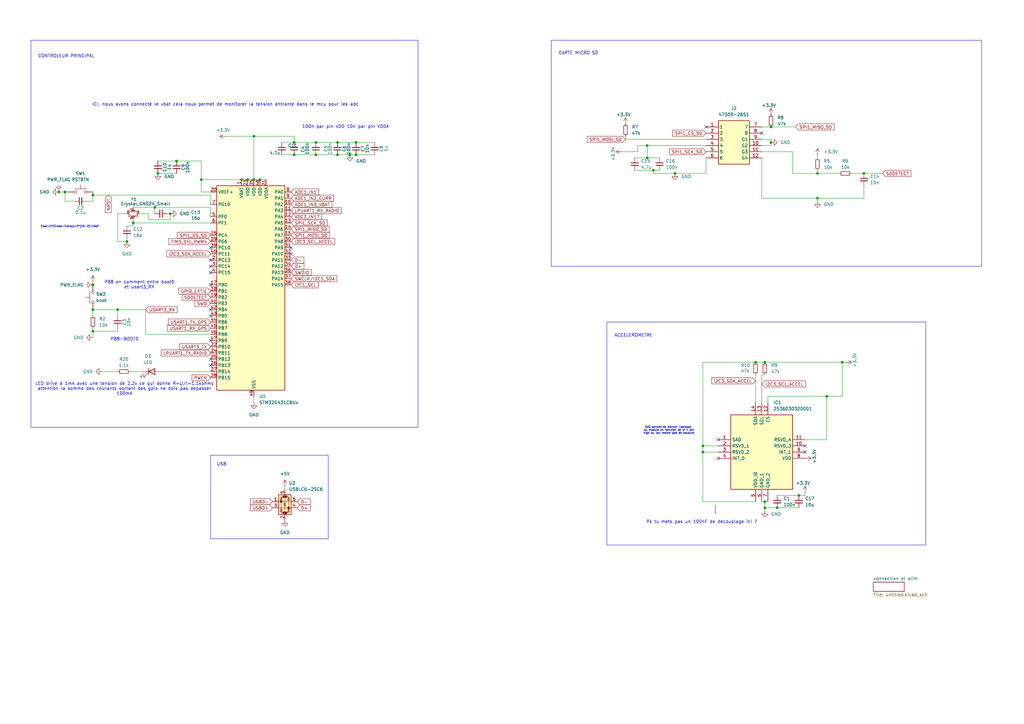
<source format=kicad_sch>
(kicad_sch (version 20231120) (generator "eeschema") (generator_version "8.0")
  (paper "A3")
  (lib_symbols
    (symbol "Device:C_Small" (pin_numbers hide) (pin_names (offset 0.254) hide)
      (property "Reference" "C" (at 0.254 1.778 0))
      (property "Value" "C_Small" (at 0.254 -2.032 0))
      (symbol "C_Small_0_1"
        (polyline (pts (xy -1.524 -0.508) (xy 1.524 -0.508)) (stroke (width 0.3302)))
        (polyline (pts (xy -1.524 0.508) (xy 1.524 0.508)) (stroke (width 0.3048)))
      )
      (symbol "C_Small_1_1"
        (pin passive line (at 0 2.54 270) (length 2.032) (name "~") (number "1"))
        (pin passive line (at 0 -2.54 90) (length 2.032) (name "~") (number "2"))
      )
    )
    (symbol "Device:Crystal_GND24_Small" (pin_names (offset 1.016) hide)
      (property "Reference" "Y" (at 1.27 4.445 0))
      (property "Value" "Crystal_GND24_Small" (at 1.27 2.54 0))
      (symbol "Crystal_GND24_Small_0_1"
        (rectangle (start -0.762 -1.524) (end 0.762 1.524))
        (polyline (pts (xy -1.27 -0.762) (xy -1.27 0.762)) (stroke (width 0.381)))
        (polyline (pts (xy 1.27 -0.762) (xy 1.27 0.762)) (stroke (width 0.381)))
        (polyline (pts (xy -1.27 -1.27) (xy -1.27 -1.905) (xy 1.27 -1.905) (xy 1.27 -1.27)))
        (polyline (pts (xy -1.27 1.27) (xy -1.27 1.905) (xy 1.27 1.905) (xy 1.27 1.27)))
      )
      (symbol "Crystal_GND24_Small_1_1"
        (pin passive line (at -2.54 0 0) (length 1.27) (name "1") (number "1"))
        (pin passive line (at 0 -2.54 90) (length 0.635) (name "2") (number "2"))
        (pin passive line (at 2.54 0 180) (length 1.27) (name "3") (number "3"))
        (pin passive line (at 0 2.54 270) (length 0.635) (name "4") (number "4"))
      )
    )
    (symbol "Device:LED" (pin_numbers hide) (pin_names (offset 1.016) hide)
      (property "Reference" "D" (at 0 2.54 0))
      (property "Value" "LED" (at 0 -2.54 0))
      (symbol "LED_0_1"
        (polyline (pts (xy -1.27 -1.27) (xy -1.27 1.27)) (stroke (width 0.254)))
        (polyline (pts (xy -1.27 0) (xy 1.27 0)))
        (polyline (pts (xy 1.27 -1.27) (xy 1.27 1.27) (xy -1.27 0) (xy 1.27 -1.27)) (stroke (width 0.254)))
        (polyline (pts (xy -3.048 -0.762) (xy -4.572 -2.286) (xy -3.81 -2.286) (xy -4.572 -2.286) (xy -4.572 -1.524)))
        (polyline (pts (xy -1.778 -0.762) (xy -3.302 -2.286) (xy -2.54 -2.286) (xy -3.302 -2.286) (xy -3.302 -1.524)))
      )
      (symbol "LED_1_1"
        (pin passive line (at -3.81 0 0) (length 2.54) (name "K") (number "1"))
        (pin passive line (at 3.81 0 180) (length 2.54) (name "A") (number "2"))
      )
    )
    (symbol "Device:R_Small" (pin_numbers hide) (pin_names (offset 0.254) hide)
      (property "Reference" "R" (at 0.762 0.508 0))
      (property "Value" "R_Small" (at 0.762 -1.016 0))
      (symbol "R_Small_0_1"
        (rectangle (start -0.762 1.778) (end 0.762 -1.778) (stroke (width 0.2032)))
      )
      (symbol "R_Small_1_1"
        (pin passive line (at 0 2.54 270) (length 0.762) (name "~") (number "1"))
        (pin passive line (at 0 -2.54 90) (length 0.762) (name "~") (number "2"))
      )
    )
    (symbol "MCU_ST_STM32G4:STM32G431CBUx"
      (property "Reference" "U" (at -12.7 44.45 0))
      (property "Value" "STM32G431CBUx" (at 10.16 44.45 0))
      (symbol "STM32G431CBUx_0_1"
        (rectangle (start -12.7 -40.64) (end 15.24 43.18) (stroke (width 0.254)) (fill (type background)))
      )
      (symbol "STM32G431CBUx_1_1"
        (pin power_in line (at -2.54 45.72 270) (length 2.54) (name "VBAT") (number "1"))
        (pin bidirectional line (at 17.78 35.56 180) (length 2.54) (name "PA2") (number "10"))
        (pin bidirectional line (at 17.78 33.02 180) (length 2.54) (name "PA3") (number "11"))
        (pin bidirectional line (at 17.78 30.48 180) (length 2.54) (name "PA4") (number "12"))
        (pin bidirectional line (at 17.78 27.94 180) (length 2.54) (name "PA5") (number "13"))
        (pin bidirectional line (at 17.78 25.4 180) (length 2.54) (name "PA6") (number "14"))
        (pin bidirectional line (at 17.78 22.86 180) (length 2.54) (name "PA7") (number "15"))
        (pin bidirectional line (at -15.24 22.86 0) (length 2.54) (name "PC4") (number "16"))
        (pin bidirectional line (at -15.24 2.54 0) (length 2.54) (name "PB0") (number "17"))
        (pin bidirectional line (at -15.24 0 0) (length 2.54) (name "PB1") (number "18"))
        (pin bidirectional line (at -15.24 -2.54 0) (length 2.54) (name "PB2") (number "19"))
        (pin bidirectional line (at -15.24 12.7 0) (length 2.54) (name "PC13") (number "2"))
        (pin input line (at -15.24 40.64 0) (length 2.54) (name "VREF+") (number "20"))
        (pin power_in line (at 7.62 45.72 270) (length 2.54) (name "VDDA") (number "21"))
        (pin bidirectional line (at -15.24 -22.86 0) (length 2.54) (name "PB10") (number "22"))
        (pin power_in line (at 0 45.72 270) (length 2.54) (name "VDD") (number "23"))
        (pin bidirectional line (at -15.24 -25.4 0) (length 2.54) (name "PB11") (number "24"))
        (pin bidirectional line (at -15.24 -27.94 0) (length 2.54) (name "PB12") (number "25"))
        (pin bidirectional line (at -15.24 -30.48 0) (length 2.54) (name "PB13") (number "26"))
        (pin bidirectional line (at -15.24 -33.02 0) (length 2.54) (name "PB14") (number "27"))
        (pin bidirectional line (at -15.24 -35.56 0) (length 2.54) (name "PB15") (number "28"))
        (pin bidirectional line (at -15.24 20.32 0) (length 2.54) (name "PC6") (number "29"))
        (pin bidirectional line (at -15.24 10.16 0) (length 2.54) (name "PC14") (number "3"))
        (pin bidirectional line (at 17.78 20.32 180) (length 2.54) (name "PA8") (number "30"))
        (pin bidirectional line (at 17.78 17.78 180) (length 2.54) (name "PA9") (number "31"))
        (pin bidirectional line (at 17.78 15.24 180) (length 2.54) (name "PA10") (number "32"))
        (pin bidirectional line (at 17.78 12.7 180) (length 2.54) (name "PA11") (number "33"))
        (pin bidirectional line (at 17.78 10.16 180) (length 2.54) (name "PA12") (number "34"))
        (pin power_in line (at 2.54 45.72 270) (length 2.54) (name "VDD") (number "35"))
        (pin bidirectional line (at 17.78 7.62 180) (length 2.54) (name "PA13") (number "36"))
        (pin bidirectional line (at 17.78 5.08 180) (length 2.54) (name "PA14") (number "37"))
        (pin bidirectional line (at 17.78 2.54 180) (length 2.54) (name "PA15") (number "38"))
        (pin bidirectional line (at -15.24 17.78 0) (length 2.54) (name "PC10") (number "39"))
        (pin bidirectional line (at -15.24 7.62 0) (length 2.54) (name "PC15") (number "4"))
        (pin bidirectional line (at -15.24 15.24 0) (length 2.54) (name "PC11") (number "40"))
        (pin bidirectional line (at -15.24 -5.08 0) (length 2.54) (name "PB3") (number "41"))
        (pin bidirectional line (at -15.24 -7.62 0) (length 2.54) (name "PB4") (number "42"))
        (pin bidirectional line (at -15.24 -10.16 0) (length 2.54) (name "PB5") (number "43"))
        (pin bidirectional line (at -15.24 -12.7 0) (length 2.54) (name "PB6") (number "44"))
        (pin bidirectional line (at -15.24 -15.24 0) (length 2.54) (name "PB7") (number "45"))
        (pin bidirectional line (at -15.24 -17.78 0) (length 2.54) (name "PB8") (number "46"))
        (pin bidirectional line (at -15.24 -20.32 0) (length 2.54) (name "PB9") (number "47"))
        (pin power_in line (at 5.08 45.72 270) (length 2.54) (name "VDD") (number "48"))
        (pin power_in line (at 2.54 -43.18 90) (length 2.54) (name "VSS") (number "49"))
        (pin bidirectional line (at -15.24 30.48 0) (length 2.54) (name "PF0") (number "5"))
        (pin bidirectional line (at -15.24 27.94 0) (length 2.54) (name "PF1") (number "6"))
        (pin bidirectional line (at -15.24 35.56 0) (length 2.54) (name "PG10") (number "7"))
        (pin bidirectional line (at 17.78 40.64 180) (length 2.54) (name "PA0") (number "8"))
        (pin bidirectional line (at 17.78 38.1 180) (length 2.54) (name "PA1") (number "9"))
      )
    )
    (symbol "Power_Protection:USBLC6-2SC6" (pin_names hide)
      (property "Reference" "U" (at 0.635 5.715 0))
      (property "Value" "USBLC6-2SC6" (at 0.635 3.81 0))
      (symbol "USBLC6-2SC6_0_0"
        (circle (center -1.524 0) (radius 0.0001) (stroke (width 0.508)))
        (circle (center -0.508 -4.572) (radius 0.0001) (stroke (width 0.508)))
        (circle (center -0.508 2.032) (radius 0.0001) (stroke (width 0.508)))
        (circle (center 0.508 -4.572) (radius 0.0001) (stroke (width 0.508)))
        (circle (center 0.508 2.032) (radius 0.0001) (stroke (width 0.508)))
        (circle (center 1.524 -2.54) (radius 0.0001) (stroke (width 0.508)))
      )
      (symbol "USBLC6-2SC6_0_1"
        (polyline (pts (xy -2.54 -2.54) (xy 2.54 -2.54)))
        (polyline (pts (xy -2.54 0) (xy 2.54 0)))
        (polyline (pts (xy -2.032 -3.048) (xy -1.016 -3.048)))
        (polyline (pts (xy -1.016 1.524) (xy -2.032 1.524)))
        (polyline (pts (xy 1.016 -3.048) (xy 2.032 -3.048)))
        (polyline (pts (xy 1.016 1.524) (xy 2.032 1.524)))
        (polyline (pts (xy -0.508 -1.143) (xy -0.508 -0.762) (xy 0.508 -0.762)))
        (polyline (pts (xy -2.032 0.508) (xy -1.016 0.508) (xy -1.524 1.524) (xy -2.032 0.508)))
        (polyline (pts (xy -1.016 -4.064) (xy -2.032 -4.064) (xy -1.524 -3.048) (xy -1.016 -4.064)))
        (polyline (pts (xy 0.508 -1.778) (xy -0.508 -1.778) (xy 0 -0.762) (xy 0.508 -1.778)))
        (polyline (pts (xy 2.032 -4.064) (xy 1.016 -4.064) (xy 1.524 -3.048) (xy 2.032 -4.064)))
        (polyline (pts (xy 2.032 0.508) (xy 1.016 0.508) (xy 1.524 1.524) (xy 2.032 0.508)))
        (polyline (pts (xy 0 2.54) (xy -0.508 2.032) (xy 0.508 2.032) (xy 0 1.524) (xy 0 -4.064) (xy -0.508 -4.572) (xy 0.508 -4.572) (xy 0 -5.08)))
      )
      (symbol "USBLC6-2SC6_1_1"
        (rectangle (start -2.54 2.794) (end 2.54 -5.334) (stroke (width 0.254)) (fill (type background)))
        (polyline (pts (xy -0.508 2.032) (xy -1.524 2.032) (xy -1.524 -4.572) (xy -0.508 -4.572)))
        (polyline (pts (xy 0.508 -4.572) (xy 1.524 -4.572) (xy 1.524 2.032) (xy 0.508 2.032)))
        (pin passive line (at -5.08 0 0) (length 2.54) (name "I/O1") (number "1"))
        (pin passive line (at 0 -7.62 90) (length 2.54) (name "GND") (number "2"))
        (pin passive line (at -5.08 -2.54 0) (length 2.54) (name "I/O2") (number "3"))
        (pin passive line (at 5.08 -2.54 180) (length 2.54) (name "I/O2") (number "4"))
        (pin passive line (at 0 5.08 270) (length 2.54) (name "VBUS") (number "5"))
        (pin passive line (at 5.08 0 180) (length 2.54) (name "I/O1") (number "6"))
      )
    )
    (symbol "Switch:SW_Push" (pin_numbers hide) (pin_names (offset 1.016) hide)
      (property "Reference" "SW" (at 1.27 2.54 0))
      (property "Value" "SW_Push" (at 0 -1.524 0))
      (symbol "SW_Push_0_1"
        (circle (center -2.032 0) (radius 0.508))
        (polyline (pts (xy 0 1.27) (xy 0 3.048)))
        (polyline (pts (xy 2.54 1.27) (xy -2.54 1.27)))
        (circle (center 2.032 0) (radius 0.508))
        (pin passive line (at -5.08 0 0) (length 2.54) (name "1") (number "1"))
        (pin passive line (at 5.08 0 180) (length 2.54) (name "2") (number "2"))
      )
    )
    (symbol "WSEN-ISDS:2536030320001"
      (property "Reference" "IC" (at 31.75 15.24 0))
      (property "Value" "2536030320001" (at 31.75 12.7 0))
      (symbol "2536030320001_1_1"
        (rectangle (start 5.08 10.16) (end 30.48 -20.32) (stroke (width 0.254)) (fill (type background)))
        (pin passive line (at 0 0 0) (length 5.08) (name "SAO") (number "1"))
        (pin passive line (at 35.56 -2.54 180) (length 5.08) (name "RSVD_3") (number "10"))
        (pin passive line (at 35.56 0 180) (length 5.08) (name "RSVD_4") (number "11"))
        (pin passive line (at 20.32 15.24 270) (length 5.08) (name "CS") (number "12"))
        (pin passive line (at 17.78 15.24 270) (length 5.08) (name "SCL") (number "13"))
        (pin passive line (at 15.24 15.24 270) (length 5.08) (name "SDA") (number "14"))
        (pin passive line (at 0 -2.54 0) (length 5.08) (name "RSVD_1") (number "2"))
        (pin passive line (at 0 -5.08 0) (length 5.08) (name "RSVD_2") (number "3"))
        (pin passive line (at 0 -7.62 0) (length 5.08) (name "INT_0") (number "4"))
        (pin passive line (at 15.24 -25.4 90) (length 5.08) (name "VDD_IO") (number "5"))
        (pin passive line (at 17.78 -25.4 90) (length 5.08) (name "GND_1") (number "6"))
        (pin passive line (at 20.32 -25.4 90) (length 5.08) (name "GND_2") (number "7"))
        (pin passive line (at 35.56 -7.62 180) (length 5.08) (name "VDD") (number "8"))
        (pin passive line (at 35.56 -5.08 180) (length 5.08) (name "INT_1") (number "9"))
      )
    )
    (symbol "molex 47309-2651:47309-2651"
      (property "Reference" "J" (at 19.05 7.62 0))
      (property "Value" "47309-2651" (at 19.05 5.08 0))
      (symbol "47309-2651_1_1"
        (rectangle (start 5.08 2.54) (end 17.78 -15.24) (stroke (width 0.254)) (fill (type background)))
        (pin passive line (at 0 0 0) (length 5.08) (name "1") (number "1"))
        (pin passive line (at 22.86 -7.62 180) (length 5.08) (name "G2") (number "10"))
        (pin passive line (at 22.86 -10.16 180) (length 5.08) (name "G3") (number "11"))
        (pin passive line (at 22.86 -12.7 180) (length 5.08) (name "G4") (number "12"))
        (pin passive line (at 0 -2.54 0) (length 5.08) (name "2") (number "2"))
        (pin passive line (at 0 -5.08 0) (length 5.08) (name "3") (number "3"))
        (pin passive line (at 0 -7.62 0) (length 5.08) (name "4") (number "4"))
        (pin passive line (at 0 -10.16 0) (length 5.08) (name "5") (number "5"))
        (pin passive line (at 0 -12.7 0) (length 5.08) (name "6") (number "6"))
        (pin passive line (at 22.86 0 180) (length 5.08) (name "7") (number "7"))
        (pin passive line (at 22.86 -2.54 180) (length 5.08) (name "8") (number "8"))
        (pin passive line (at 22.86 -5.08 180) (length 5.08) (name "G1") (number "9"))
      )
    )
    (symbol "power:+3.3V" (power) (pin_numbers hide) (pin_names (offset 0) hide)
      (property "Value" "+3.3V" (at 0 3.556 0))
      (symbol "+3.3V_0_1"
        (polyline (pts (xy -0.762 1.27) (xy 0 2.54)))
        (polyline (pts (xy 0 0) (xy 0 2.54)))
        (polyline (pts (xy 0 2.54) (xy 0.762 1.27)))
      )
      (symbol "+3.3V_1_1"
        (pin power_in line (at 0 0 90) (length 0) (name "~") (number "1"))
      )
    )
    (symbol "power:+5V" (power) (pin_numbers hide) (pin_names (offset 0) hide)
      (property "Value" "+5V" (at 0 3.556 0))
      (symbol "+5V_0_1"
        (polyline (pts (xy -0.762 1.27) (xy 0 2.54)))
        (polyline (pts (xy 0 0) (xy 0 2.54)))
        (polyline (pts (xy 0 2.54) (xy 0.762 1.27)))
      )
      (symbol "+5V_1_1"
        (pin power_in line (at 0 0 90) (length 0) (name "~") (number "1"))
      )
    )
    (symbol "power:GND" (power) (pin_numbers hide) (pin_names (offset 0) hide)
      (property "Value" "GND" (at 0 -3.81 0))
      (symbol "GND_0_1"
        (polyline (pts (xy 0 0) (xy 0 -1.27) (xy 1.27 -1.27) (xy 0 -2.54) (xy -1.27 -1.27) (xy 0 -1.27)))
      )
      (symbol "GND_1_1"
        (pin power_in line (at 0 0 270) (length 0) (name "~") (number "1"))
      )
    )
    (symbol "power:PWR_FLAG" (power) (pin_numbers hide) (pin_names (offset 0) hide)
      (property "Value" "PWR_FLAG" (at 0 3.81 0))
      (symbol "PWR_FLAG_0_0"
        (pin power_out line (at 0 0 90) (length 0) (name "~") (number "1"))
      )
      (symbol "PWR_FLAG_0_1"
        (polyline (pts (xy 0 0) (xy 0 1.27) (xy -1.016 1.905) (xy 0 2.54) (xy 1.016 1.905) (xy 0 1.27)))
      )
    )
  )
  (junction (at 318.77 208.28))
  (junction (at 276.86 71.12))
  (junction (at 38.1 116.84))
  (junction (at 288.29 182.88))
  (junction (at 82.55 73.66))
  (junction (at 146.05 63.5))
  (junction (at 48.26 127))
  (junction (at 265.43 64.77))
  (junction (at 316.23 58.42))
  (junction (at 313.69 148.59))
  (junction (at 313.69 208.28))
  (junction (at 138.43 58.42))
  (junction (at 138.43 63.5))
  (junction (at 104.14 55.88))
  (junction (at 120.65 63.5))
  (junction (at 69.85 87.63))
  (junction (at 26.67 78.74))
  (junction (at 54.61 91.44))
  (junction (at 64.77 71.12))
  (junction (at 38.1 127))
  (junction (at 339.09 162.56))
  (junction (at 120.65 58.42))
  (junction (at 335.28 71.12))
  (junction (at 143.51 63.5))
  (junction (at 345.44 148.59))
  (junction (at 129.54 58.42))
  (junction (at 313.69 205.74))
  (junction (at 267.97 69.85))
  (junction (at 309.88 148.59))
  (junction (at 288.29 185.42))
  (junction (at 63.5 85.09))
  (junction (at 104.14 73.66))
  (junction (at 354.33 71.12))
  (junction (at 146.05 58.42))
  (junction (at 24.13 78.74))
  (junction (at 99.06 73.66))
  (junction (at 106.68 73.66))
  (junction (at 101.6 73.66))
  (junction (at 52.07 99.06))
  (junction (at 38.1 80.01))
  (junction (at 38.1 135.89))
  (junction (at 316.23 52.07))
  (junction (at 335.28 81.28))
  (junction (at 72.39 66.04))
  (junction (at 265.43 59.69))
  (junction (at 129.54 63.5))
  (junction (at 327.66 203.2))
  (no_connect (at 86.36 106.68))
  (no_connect (at 119.38 101.6))
  (no_connect (at 289.56 52.07))
  (no_connect (at 86.36 127))
  (no_connect (at 330.2 182.88))
  (no_connect (at 86.36 111.76))
  (no_connect (at 86.36 116.84))
  (no_connect (at 330.2 185.42))
  (no_connect (at 294.64 187.96))
  (no_connect (at 86.36 147.32))
  (no_connect (at 294.64 180.34))
  (no_connect (at 86.36 101.6))
  (no_connect (at 86.36 149.86))
  (no_connect (at 86.36 109.22))
  (no_connect (at 86.36 139.7))
  (no_connect (at 119.38 104.14))
  (no_connect (at 86.36 129.54))
  (no_connect (at 312.42 54.61))
  (wire (pts (xy 48.26 99.06) (xy 52.07 99.06)))
  (wire (pts (xy 60.96 90.17) (xy 69.85 90.17)))
  (wire (pts (xy 313.69 205.74) (xy 313.69 208.28)))
  (wire (pts (xy 129.54 63.5) (xy 138.43 63.5)))
  (wire (pts (xy 106.68 73.66) (xy 109.22 73.66)))
  (wire (pts (xy 60.96 87.63) (xy 60.96 90.17)))
  (wire (pts (xy 69.85 90.17) (xy 69.85 87.63)))
  (wire (pts (xy 138.43 63.5) (xy 143.51 63.5)))
  (wire (pts (xy 38.1 135.89) (xy 38.1 138.43)))
  (wire (pts (xy 335.28 71.12) (xy 344.17 71.12)))
  (wire (pts (xy 339.09 162.56) (xy 345.44 162.56)))
  (wire (pts (xy 115.57 63.5) (xy 120.65 63.5)))
  (wire (pts (xy 313.69 208.28) (xy 318.77 208.28)))
  (wire (pts (xy 26.67 78.74) (xy 27.94 78.74)))
  (wire (pts (xy 288.29 185.42) (xy 288.29 182.88)))
  (wire (pts (xy 327.66 203.2) (xy 330.2 203.2)))
  (wire (pts (xy 330.2 201.93) (xy 330.2 203.2)))
  (wire (pts (xy 86.36 85.09) (xy 86.36 88.9)))
  (wire (pts (xy 101.6 73.66) (xy 104.14 73.66)))
  (wire (pts (xy 64.77 71.12) (xy 72.39 71.12)))
  (wire (pts (xy 86.36 78.74) (xy 82.55 78.74)))
  (wire (pts (xy 120.65 55.88) (xy 120.65 58.42)))
  (wire (pts (xy 115.57 58.42) (xy 120.65 58.42)))
  (wire (pts (xy 35.56 82.55) (xy 38.1 82.55)))
  (wire (pts (xy 312.42 153.67) (xy 313.69 153.67)))
  (wire (pts (xy 53.34 152.4) (xy 58.42 152.4)))
  (wire (pts (xy 325.12 62.23) (xy 325.12 71.12)))
  (wire (pts (xy 335.28 81.28) (xy 335.28 82.55)))
  (wire (pts (xy 38.1 80.01) (xy 38.1 82.55)))
  (wire (pts (xy 261.62 62.23) (xy 261.62 59.69)))
  (wire (pts (xy 63.5 85.09) (xy 63.5 87.63)))
  (wire (pts (xy 57.15 87.63) (xy 60.96 87.63)))
  (wire (pts (xy 26.67 82.55) (xy 26.67 78.74)))
  (wire (pts (xy 52.07 97.79) (xy 52.07 99.06)))
  (wire (pts (xy 54.61 91.44) (xy 86.36 91.44)))
  (wire (pts (xy 288.29 185.42) (xy 294.64 185.42)))
  (wire (pts (xy 38.1 80.01) (xy 86.36 80.01)))
  (wire (pts (xy 288.29 182.88) (xy 294.64 182.88)))
  (wire (pts (xy 99.06 73.66) (xy 101.6 73.66)))
  (wire (pts (xy 312.42 205.74) (xy 313.69 205.74)))
  (wire (pts (xy 59.69 127) (xy 48.26 127)))
  (wire (pts (xy 313.69 205.74) (xy 314.96 205.74)))
  (wire (pts (xy 325.12 71.12) (xy 335.28 71.12)))
  (wire (pts (xy 330.2 180.34) (xy 339.09 180.34)))
  (wire (pts (xy 104.14 162.56) (xy 104.14 165.1)))
  (wire (pts (xy 316.23 58.42) (xy 316.23 57.15)))
  (wire (pts (xy 316.23 59.69) (xy 316.23 58.42)))
  (wire (pts (xy 104.14 73.66) (xy 106.68 73.66)))
  (wire (pts (xy 38.1 134.62) (xy 38.1 135.89)))
  (wire (pts (xy 86.36 137.16) (xy 59.69 137.16)))
  (wire (pts (xy 288.29 148.59) (xy 309.88 148.59)))
  (wire (pts (xy 316.23 52.07) (xy 312.42 52.07)))
  (wire (pts (xy 64.77 66.04) (xy 72.39 66.04)))
  (wire (pts (xy 52.07 92.71) (xy 54.61 92.71)))
  (wire (pts (xy 48.26 135.89) (xy 38.1 135.89)))
  (polyline (pts (xy 293.37 207.01) (xy 293.37 210.82)))
  (wire (pts (xy 256.54 57.15) (xy 256.54 55.88)))
  (wire (pts (xy 256.54 57.15) (xy 289.56 57.15)))
  (wire (pts (xy 312.42 81.28) (xy 312.42 64.77)))
  (wire (pts (xy 339.09 180.34) (xy 339.09 162.56)))
  (wire (pts (xy 120.65 63.5) (xy 129.54 63.5)))
  (wire (pts (xy 104.14 55.88) (xy 120.65 55.88)))
  (wire (pts (xy 318.77 203.2) (xy 327.66 203.2)))
  (wire (pts (xy 54.61 91.44) (xy 54.61 90.17)))
  (wire (pts (xy 267.97 69.85) (xy 270.51 69.85)))
  (wire (pts (xy 146.05 58.42) (xy 153.67 58.42)))
  (wire (pts (xy 68.58 87.63) (xy 69.85 87.63)))
  (wire (pts (xy 313.69 208.28) (xy 313.69 209.55)))
  (wire (pts (xy 349.25 71.12) (xy 354.33 71.12)))
  (wire (pts (xy 54.61 85.09) (xy 63.5 85.09)))
  (wire (pts (xy 312.42 165.1) (xy 312.42 153.67)))
  (wire (pts (xy 63.5 85.09) (xy 86.36 85.09)))
  (wire (pts (xy 335.28 63.5) (xy 335.28 64.77)))
  (wire (pts (xy 82.55 73.66) (xy 99.06 73.66)))
  (wire (pts (xy 314.96 162.56) (xy 339.09 162.56)))
  (wire (pts (xy 345.44 148.59) (xy 346.71 148.59)))
  (wire (pts (xy 312.42 59.69) (xy 316.23 59.69)))
  (wire (pts (xy 313.69 148.59) (xy 345.44 148.59)))
  (wire (pts (xy 66.04 152.4) (xy 86.36 152.4)))
  (wire (pts (xy 82.55 78.74) (xy 82.55 73.66)))
  (wire (pts (xy 345.44 162.56) (xy 345.44 148.59)))
  (wire (pts (xy 24.13 78.74) (xy 26.67 78.74)))
  (wire (pts (xy 82.55 66.04) (xy 72.39 66.04)))
  (wire (pts (xy 309.88 148.59) (xy 313.69 148.59)))
  (wire (pts (xy 38.1 78.74) (xy 38.1 80.01)))
  (wire (pts (xy 260.35 69.85) (xy 267.97 69.85)))
  (wire (pts (xy 289.56 71.12) (xy 276.86 71.12)))
  (wire (pts (xy 59.69 137.16) (xy 59.69 127)))
  (wire (pts (xy 335.28 81.28) (xy 312.42 81.28)))
  (wire (pts (xy 30.48 82.55) (xy 26.67 82.55)))
  (wire (pts (xy 289.56 59.69) (xy 265.43 59.69)))
  (wire (pts (xy 354.33 81.28) (xy 335.28 81.28)))
  (wire (pts (xy 38.1 127) (xy 48.26 127)))
  (wire (pts (xy 52.07 87.63) (xy 48.26 87.63)))
  (wire (pts (xy 267.97 71.12) (xy 267.97 69.85)))
  (wire (pts (xy 116.84 200.66) (xy 116.84 199.39)))
  (wire (pts (xy 354.33 71.12) (xy 361.95 71.12)))
  (wire (pts (xy 138.43 58.42) (xy 146.05 58.42)))
  (wire (pts (xy 261.62 59.69) (xy 265.43 59.69)))
  (wire (pts (xy 41.91 152.4) (xy 48.26 152.4)))
  (wire (pts (xy 143.51 63.5) (xy 146.05 63.5)))
  (wire (pts (xy 276.86 71.12) (xy 267.97 71.12)))
  (wire (pts (xy 48.26 134.62) (xy 48.26 135.89)))
  (wire (pts (xy 86.36 80.01) (xy 86.36 83.82)))
  (wire (pts (xy 146.05 63.5) (xy 153.67 63.5)))
  (wire (pts (xy 335.28 69.85) (xy 335.28 71.12)))
  (wire (pts (xy 48.26 127) (xy 48.26 129.54)))
  (wire (pts (xy 82.55 73.66) (xy 82.55 66.04)))
  (wire (pts (xy 129.54 58.42) (xy 138.43 58.42)))
  (wire (pts (xy 318.77 208.28) (xy 327.66 208.28)))
  (wire (pts (xy 316.23 57.15) (xy 312.42 57.15)))
  (wire (pts (xy 104.14 55.88) (xy 104.14 73.66)))
  (wire (pts (xy 92.71 55.88) (xy 104.14 55.88)))
  (wire (pts (xy 312.42 62.23) (xy 325.12 62.23)))
  (wire (pts (xy 54.61 92.71) (xy 54.61 91.44)))
  (wire (pts (xy 38.1 129.54) (xy 38.1 127)))
  (wire (pts (xy 314.96 165.1) (xy 314.96 162.56)))
  (wire (pts (xy 38.1 115.57) (xy 38.1 116.84)))
  (wire (pts (xy 289.56 64.77) (xy 289.56 71.12)))
  (wire (pts (xy 326.39 52.07) (xy 316.23 52.07)))
  (wire (pts (xy 265.43 64.77) (xy 270.51 64.77)))
  (wire (pts (xy 255.27 62.23) (xy 261.62 62.23)))
  (wire (pts (xy 265.43 59.69) (xy 265.43 64.77)))
  (wire (pts (xy 48.26 87.63) (xy 48.26 99.06)))
  (wire (pts (xy 288.29 185.42) (xy 288.29 205.74)))
  (wire (pts (xy 260.35 64.77) (xy 265.43 64.77)))
  (wire (pts (xy 309.88 205.74) (xy 288.29 205.74)))
  (wire (pts (xy 288.29 182.88) (xy 288.29 148.59)))
  (wire (pts (xy 309.88 153.67) (xy 309.88 165.1)))
  (wire (pts (xy 120.65 58.42) (xy 129.54 58.42)))
  (wire (pts (xy 354.33 76.2) (xy 354.33 81.28)))
  (rectangle (start 86.36 186.69) (end 134.62 220.98))
  (rectangle (start 248.92 132.08) (end 379.73 223.52))
  (rectangle (start 12.7 16.51) (end 171.45 175.26))
  (rectangle (start 226.06 16.51) (end 402.59 109.22))
  (text "USB" (at 90.932 190.5 0) (effects (font (size 1.27 1.27))))
  (text "Cosc=2*(Cload-Cstray)=2*(10-2)=16pF\n" (at 28.702 92.964 0) (effects (font (size 0.762 0.762))))
  (text "PB8 en comment entre boot0\net usart3_RX" (at 57.15 116.84 0) (effects (font (size 1.27 1.27))))
  (text "PB8-BOOT0" (at 51.054 139.192 0) (effects (font (size 1.27 1.27))))
  (text "LED drivé à 1mA avec une tension de 2.2v ce qui donne R=U/I=1.1kohms\nattention la somme des courants sortant des gpio ne dois pas depasser\n100mA" (at 51.054 159.512 0) (effects (font (size 1.27 1.27))))
  (text "CONTROLEUR PRINCIPAL" (at 27.178 23.114 0) (effects (font (size 1.27 1.27))))
  (text "CARTE MICRO SD" (at 237.236 21.844 0) (effects (font (size 1.27 1.27))))
  (text "SAO permet de donner l'adresse\n du module en fonction de si il est\n high ou low mettre pad de soudure" (at 274.066 176.53 0) (effects (font (size 0.762 0.762))))
  (text "ICI, nous avons connecté le vbat cela nous permet de monitorer la tension entrante dans le mcu pour les adc" (at 92.456 42.926 0) (effects (font (size 1.27 1.27))))
  (text "Pk tu mets pas un 100nF de découplage ici ?" (at 287.782 214.122 0) (effects (font (size 1.27 1.27))))
  (text "100n par pin VDD 10n par pin VDDA" (at 141.732 52.07 0) (effects (font (size 1.27 1.27))))
  (text "ACCELEROMETRE" (at 259.842 137.668 0) (effects (font (size 1.27 1.27))))
  (global_label "D+" (shape input) (at 119.38 109.22 0) (property "Intersheetrefs" "${INTERSHEET_REFS}" (effects (hide yes))))
  (global_label "D+" (shape input) (at 121.92 208.28 0) (property "Intersheetrefs" "${INTERSHEET_REFS}" (effects (hide yes))))
  (global_label "SWO" (shape input) (at 86.36 124.46 180) (property "Intersheetrefs" "${INTERSHEET_REFS}" (effects (hide yes))))
  (global_label "SPI1_CS_SD" (shape input) (at 86.36 96.52 180) (property "Intersheetrefs" "${INTERSHEET_REFS}" (effects (hide yes))))
  (global_label "USART1_TX_GPS" (shape input) (at 86.36 132.08 180) (property "Intersheetrefs" "${INTERSHEET_REFS}" (effects (hide yes))))
  (global_label "SPI1_MOSI_SD" (shape input) (at 256.54 57.15 180) (property "Intersheetrefs" "${INTERSHEET_REFS}" (effects (hide yes))))
  (global_label "LPUART1_RX_RADIO" (shape input) (at 119.38 86.36 0) (property "Intersheetrefs" "${INTERSHEET_REFS}" (effects (hide yes))))
  (global_label "I2C1_SCL" (shape input) (at 119.38 116.84 0) (property "Intersheetrefs" "${INTERSHEET_REFS}" (effects (hide yes))))
  (global_label "I2C3_SDA_ACCEL" (shape input) (at 309.88 156.21 180) (property "Intersheetrefs" "${INTERSHEET_REFS}" (effects (hide yes))))
  (global_label "SPI1_SCK_SD" (shape input) (at 289.56 62.23 180) (property "Intersheetrefs" "${INTERSHEET_REFS}" (effects (hide yes))))
  (global_label "ADC1_IN3_VBAT" (shape input) (at 119.38 83.82 0) (property "Intersheetrefs" "${INTERSHEET_REFS}" (effects (hide yes))))
  (global_label "I2C3_SCL_ACCEL" (shape input) (at 119.38 99.06 0) (property "Intersheetrefs" "${INTERSHEET_REFS}" (effects (hide yes))))
  (global_label "SWCLK{slash}I2C1_SDA" (shape input) (at 119.38 114.3 0) (property "Intersheetrefs" "${INTERSHEET_REFS}" (effects (hide yes))))
  (global_label "SPI1_MISO_SD" (shape input) (at 326.39 52.07 0) (property "Intersheetrefs" "${INTERSHEET_REFS}" (effects (hide yes))))
  (global_label "USART1_RX_GPS" (shape input) (at 86.36 134.62 180) (property "Intersheetrefs" "${INTERSHEET_REFS}" (effects (hide yes))))
  (global_label "SPI1_MISO_SD" (shape input) (at 119.38 93.98 0) (property "Intersheetrefs" "${INTERSHEET_REFS}" (effects (hide yes))))
  (global_label "I2C3_SDA_ACCEL" (shape input) (at 86.36 104.14 180) (property "Intersheetrefs" "${INTERSHEET_REFS}" (effects (hide yes))))
  (global_label "D-" (shape input) (at 121.92 205.74 0) (property "Intersheetrefs" "${INTERSHEET_REFS}" (effects (hide yes))))
  (global_label "ADC1_IN1" (shape input) (at 119.38 78.74 0) (property "Intersheetrefs" "${INTERSHEET_REFS}" (effects (hide yes))))
  (global_label "USBD+" (shape input) (at 111.76 208.28 180) (property "Intersheetrefs" "${INTERSHEET_REFS}" (effects (hide yes))))
  (global_label "SDDETECT" (shape input) (at 86.36 121.92 180) (property "Intersheetrefs" "${INTERSHEET_REFS}" (effects (hide yes))))
  (global_label "I2C3_SCL_ACCEL" (shape input) (at 312.42 157.48 0) (property "Intersheetrefs" "${INTERSHEET_REFS}" (effects (hide yes))))
  (global_label "TIM3_CHI_PWM4" (shape input) (at 86.36 99.06 180) (property "Intersheetrefs" "${INTERSHEET_REFS}" (effects (hide yes))))
  (global_label "NRST" (shape input) (at 44.45 80.01 270) (property "Intersheetrefs" "${INTERSHEET_REFS}" (effects (hide yes))))
  (global_label "SPI1_SCK_SD" (shape input) (at 119.38 91.44 0) (property "Intersheetrefs" "${INTERSHEET_REFS}" (effects (hide yes))))
  (global_label "SDDETECT" (shape input) (at 361.95 71.12 0) (property "Intersheetrefs" "${INTERSHEET_REFS}" (effects (hide yes))))
  (global_label "USART3_TX" (shape input) (at 86.36 142.24 180) (property "Intersheetrefs" "${INTERSHEET_REFS}" (effects (hide yes))))
  (global_label "SWDIO" (shape input) (at 119.38 111.76 0) (property "Intersheetrefs" "${INTERSHEET_REFS}" (effects (hide yes))))
  (global_label "GPIO_EXTI1" (shape input) (at 86.36 119.38 180) (property "Intersheetrefs" "${INTERSHEET_REFS}" (effects (hide yes))))
  (global_label "D-" (shape input) (at 119.38 106.68 0) (property "Intersheetrefs" "${INTERSHEET_REFS}" (effects (hide yes))))
  (global_label "ADC2_IN17" (shape input) (at 119.38 88.9 0) (property "Intersheetrefs" "${INTERSHEET_REFS}" (effects (hide yes))))
  (global_label "USBD-" (shape input) (at 111.76 205.74 180) (property "Intersheetrefs" "${INTERSHEET_REFS}" (effects (hide yes))))
  (global_label "SPI1_MOSI_SD" (shape input) (at 119.38 96.52 0) (property "Intersheetrefs" "${INTERSHEET_REFS}" (effects (hide yes))))
  (global_label "ADC1_IN2_CURR" (shape input) (at 119.38 81.28 0) (property "Intersheetrefs" "${INTERSHEET_REFS}" (effects (hide yes))))
  (global_label "LPUART1_TX_RADIO" (shape input) (at 86.36 144.78 180) (property "Intersheetrefs" "${INTERSHEET_REFS}" (effects (hide yes))))
  (global_label "USART3_RX" (shape input) (at 59.69 127 0) (property "Intersheetrefs" "${INTERSHEET_REFS}" (effects (hide yes))))
  (global_label "PWEN" (shape input) (at 86.36 154.94 180) (property "Intersheetrefs" "${INTERSHEET_REFS}" (effects (hide yes))))
  (global_label "SPI1_CS_SD" (shape input) (at 289.56 54.61 180) (property "Intersheetrefs" "${INTERSHEET_REFS}" (effects (hide yes))))
  (symbol (lib_id "power:GND") (at 52.07 99.06 0) (unit 1)
    (property "Reference" "#PWR012" (effects (hide yes)))
    (property "Value" "GND" (at 52.07 104.14 0))
    (property "Description" "Power symbol creates a global label with name \"GND\" , ground" (effects (hide yes)))
  )
  (symbol (lib_id "power:GND") (at 116.84 213.36 0) (unit 1)
    (property "Reference" "#PWR06" (effects (hide yes)))
    (property "Value" "GND" (at 116.84 218.44 0))
    (property "Description" "Power symbol creates a global label with name \"GND\" , ground" (effects (hide yes)))
  )
  (symbol (lib_id "Power_Protection:USBLC6-2SC6") (at 116.84 205.74 0) (unit 1)
    (property "Reference" "U2" (at 118.4911 198.12 0) (effects (justify left)))
    (property "Value" "USBLC6-2SC6" (at 118.4911 200.66 0) (effects (justify left)))
    (property "Footprint" "Package_TO_SOT_SMD:SOT-23-6" (effects (hide yes)))
    (property "Datasheet" "https://www.st.com/resource/en/datasheet/usblc6-2.pdf" (effects (hide yes)))
    (property "Description" "Very low capacitance ESD protection diode, 2 data-line, SOT-23-6" (effects (hide yes)))
  )
  (symbol (lib_id "power:PWR_FLAG") (at 38.1 116.84 90) (unit 1)
    (property "Reference" "#FLG02" (effects (hide yes)))
    (property "Value" "PWR_FLAG" (at 34.29 116.8399 90) (effects (justify left)))
    (property "Description" "Special symbol for telling ERC where power comes from" (effects (hide yes)))
  )
  (symbol (lib_id "Device:R_Small") (at 309.88 151.13 180) (unit 1)
    (property "Reference" "R10" (at 303.784 149.86 0) (effects (justify right)))
    (property "Value" "47k" (at 303.784 152.146 0) (effects (justify right)))
    (property "Footprint" "Resistor_SMD:R_0402_1005Metric_Pad0.72x0.64mm_HandSolder" (effects (hide yes)))
    (property "Description" "Resistor, small symbol" (effects (hide yes)))
  )
  (symbol (lib_id "power:+3.3V") (at 255.27 62.23 90) (unit 1)
    (property "Reference" "#PWR016" (effects (hide yes)))
    (property "Value" "+3.3V" (at 251.46 66.04 0) (effects (justify left)))
    (property "Description" "Power symbol creates a global label with name \"+3.3V\"" (effects (hide yes)))
  )
  (symbol (lib_id "molex 47309-2651:47309-2651") (at 289.56 52.07 0) (unit 1)
    (property "Reference" "J2" (at 300.99 44.45 0))
    (property "Value" "47309-2651" (at 300.99 46.99 0))
    (property "Footprint" "molexmicrosd:47309-2651" (effects (hide yes)))
    (property "Datasheet" "http://www.molex.com/webdocs/datasheets/pdf/en-us//0473092651_MEMORY_CARD_SOCKET.pdf" (effects (hide yes)))
    (property "Description" "1 Micro SD Detect switch 2.65mm height" (effects (hide yes)))
    (property "Manufacturer_Name" "Molex" (effects (hide yes)))
    (property "Manufacturer_Part_Number" "47309-2651" (effects (hide yes)))
  )
  (symbol (lib_id "Device:C_Small") (at 66.04 87.63 270) (unit 1)
    (property "Reference" "C13" (at 80.264 87.122 90))
    (property "Value" "16p" (at 80.264 89.408 90))
    (property "Footprint" "Capacitor_SMD:C_0402_1005Metric_Pad0.74x0.62mm_HandSolder" (effects (hide yes)))
    (property "Description" "Unpolarized capacitor, small symbol" (effects (hide yes)))
  )
  (symbol (lib_id "Device:C_Small") (at 129.54 60.96 180) (unit 1)
    (property "Reference" "C5" (at 133.604 60.96 90))
    (property "Value" "100n" (at 135.382 60.96 90))
    (property "Footprint" "Capacitor_SMD:C_0402_1005Metric_Pad0.74x0.62mm_HandSolder" (effects (hide yes)))
    (property "Description" "Unpolarized capacitor, small symbol" (effects (hide yes)))
  )
  (symbol (lib_id "Device:C_Small") (at 52.07 95.25 0) (unit 1)
    (property "Reference" "C12" (at 54.61 93.9862 0) (effects (justify left)))
    (property "Value" "16p" (at 54.61 96.5262 0) (effects (justify left)))
    (property "Footprint" "Capacitor_SMD:C_0402_1005Metric_Pad0.74x0.62mm_HandSolder" (effects (hide yes)))
    (property "Description" "Unpolarized capacitor, small symbol" (effects (hide yes)))
  )
  (symbol (lib_id "WSEN-ISDS:2536030320001") (at 294.64 180.34 0) (unit 1)
    (property "Reference" "IC1" (at 317.1541 165.1 0) (effects (justify left)))
    (property "Value" "2536030320001" (at 317.1541 167.64 0) (effects (justify left)))
    (property "Footprint" "WSEN-ISDS:2536030320001" (effects (hide yes)))
    (property "Datasheet" "https://www.we-online.com/components/products/datasheet/2536030320001.pdf" (effects (hide yes)))
    (property "Description" "IMUs - Inertial Measurement Units WSEN-ISDS IMU 6-axis (Inertial measurement unit) +/-16g, +/-2000 dps,-40 +/- 85C" (effects (hide yes)))
    (property "Height" "0.86" (effects (hide yes)))
    (property "Manufacturer_Name" "Wurth Elektronik" (effects (hide yes)))
    (property "Manufacturer_Part_Number" "2536030320001" (effects (hide yes)))
    (property "Mouser Part Number" "710-2536030320001" (effects (hide yes)))
    (property "Mouser Price/Stock" "https://www.mouser.co.uk/ProductDetail/Wurth-Elektronik/2536030320001?qs=ulEaXIWI0c9qLb0BLguFyA%3D%3D" (effects (hide yes)))
  )
  (symbol (lib_id "Device:C_Small") (at 72.39 68.58 180) (unit 1)
    (property "Reference" "C9" (at 75.184 68.58 90))
    (property "Value" "100n" (at 76.962 68.58 90))
    (property "Footprint" "Capacitor_SMD:C_0402_1005Metric_Pad0.74x0.62mm_HandSolder" (effects (hide yes)))
    (property "Description" "Unpolarized capacitor, small symbol" (effects (hide yes)))
  )
  (symbol (lib_id "power:GND") (at 69.85 87.63 90) (unit 1)
    (property "Reference" "#PWR011" (effects (hide yes)))
    (property "Value" "GND" (at 73.66 87.6299 90) (effects (justify right)))
    (property "Description" "Power symbol creates a global label with name \"GND\" , ground" (effects (hide yes)))
  )
  (symbol (lib_id "power:+3.3V") (at 256.54 50.8 0) (unit 1)
    (property "Reference" "#PWR017" (effects (hide yes)))
    (property "Value" "+3.3V" (at 252.73 46.99 0) (effects (justify left)))
    (property "Description" "Power symbol creates a global label with name \"+3.3V\"" (effects (hide yes)))
  )
  (symbol (lib_id "Device:R_Small") (at 38.1 132.08 0) (unit 1)
    (property "Reference" "R2" (at 40.64 130.8099 0) (effects (justify left)))
    (property "Value" "10k" (at 40.64 133.3499 0) (effects (justify left)))
    (property "Footprint" "Resistor_SMD:R_0402_1005Metric_Pad0.72x0.64mm_HandSolder" (effects (hide yes)))
    (property "Description" "Resistor, small symbol" (effects (hide yes)))
  )
  (symbol (lib_id "power:PWR_FLAG") (at 24.13 78.74 0) (unit 1)
    (property "Reference" "#FLG01" (effects (hide yes)))
    (property "Value" "PWR_FLAG" (at 24.13 73.66 0))
    (property "Description" "Special symbol for telling ERC where power comes from" (effects (hide yes)))
  )
  (symbol (lib_id "Device:C_Small") (at 138.43 60.96 180) (unit 1)
    (property "Reference" "C6" (at 141.224 60.96 90))
    (property "Value" "100n" (at 143.002 60.96 90))
    (property "Footprint" "Capacitor_SMD:C_0402_1005Metric_Pad0.74x0.62mm_HandSolder" (effects (hide yes)))
    (property "Description" "Unpolarized capacitor, small symbol" (effects (hide yes)))
  )
  (symbol (lib_id "Device:C_Small") (at 64.77 68.58 180) (unit 1)
    (property "Reference" "C10" (at 67.564 68.58 90))
    (property "Value" "1u" (at 69.342 68.58 90))
    (property "Footprint" "Capacitor_SMD:C_0402_1005Metric_Pad0.74x0.62mm_HandSolder" (effects (hide yes)))
    (property "Description" "Unpolarized capacitor, small symbol" (effects (hide yes)))
  )
  (symbol (lib_id "power:GND") (at 276.86 71.12 0) (unit 1)
    (property "Reference" "#PWR019" (effects (hide yes)))
    (property "Value" "GND" (at 279.4 72.3899 0) (effects (justify left)))
    (property "Description" "Power symbol creates a global label with name \"GND\" , ground" (effects (hide yes)))
  )
  (symbol (lib_id "Device:C_Small") (at 120.65 60.96 180) (unit 1)
    (property "Reference" "C4" (at 124.206 61.214 90))
    (property "Value" "100n" (at 125.984 60.96 90))
    (property "Footprint" "Capacitor_SMD:C_0402_1005Metric_Pad0.74x0.62mm_HandSolder" (effects (hide yes)))
    (property "Description" "Unpolarized capacitor, small symbol" (effects (hide yes)))
  )
  (symbol (lib_id "Switch:SW_Push") (at 38.1 121.92 90) (unit 1)
    (property "Reference" "SW2" (at 39.37 120.6499 90) (effects (justify right)))
    (property "Value" "boot" (at 39.37 123.1899 90) (effects (justify right)))
    (property "Footprint" "KXT3:SW_KXT3" (effects (hide yes)))
    (property "Description" "Push button switch, generic, two pins" (effects (hide yes)))
  )
  (symbol (lib_id "Device:C_Small") (at 153.67 60.96 180) (unit 1)
    (property "Reference" "C8" (at 156.464 60.96 90))
    (property "Value" "1u" (at 158.242 60.96 90))
    (property "Footprint" "Capacitor_SMD:C_0402_1005Metric_Pad0.74x0.62mm_HandSolder" (effects (hide yes)))
    (property "Description" "Unpolarized capacitor, small symbol" (effects (hide yes)))
  )
  (symbol (lib_id "power:+3.3V") (at 330.2 201.93 0) (unit 1)
    (property "Reference" "#PWR022" (effects (hide yes)))
    (property "Value" "+3.3V" (at 326.39 198.12 0) (effects (justify left)))
    (property "Description" "Power symbol creates a global label with name \"+3.3V\"" (effects (hide yes)))
  )
  (symbol (lib_id "power:GND") (at 316.23 58.42 90) (unit 1)
    (property "Reference" "#PWR015" (effects (hide yes)))
    (property "Value" "GND" (at 320.04 58.4199 90) (effects (justify right)))
    (property "Description" "Power symbol creates a global label with name \"GND\" , ground" (effects (hide yes)))
  )
  (symbol (lib_id "Device:R_Small") (at 313.69 151.13 0) (unit 1)
    (property "Reference" "R9" (at 316.23 149.8599 0) (effects (justify left)))
    (property "Value" "47k" (at 316.23 152.3999 0) (effects (justify left)))
    (property "Footprint" "Resistor_SMD:R_0402_1005Metric_Pad0.72x0.64mm_HandSolder" (effects (hide yes)))
    (property "Description" "Resistor, small symbol" (effects (hide yes)))
  )
  (symbol (lib_id "power:+3.3V") (at 330.2 187.96 270) (unit 1)
    (property "Reference" "#PWR023" (effects (hide yes)))
    (property "Value" "+3.3V" (at 334.01 184.15 0) (effects (justify left)))
    (property "Description" "Power symbol creates a global label with name \"+3.3V\"" (effects (hide yes)))
  )
  (symbol (lib_id "power:+3.3V") (at 92.71 55.88 90) (unit 1)
    (property "Reference" "#PWR07" (effects (hide yes)))
    (property "Value" "+3.3V" (at 91.44 53.34 90))
    (property "Description" "Power symbol creates a global label with name \"+3.3V\"" (effects (hide yes)))
  )
  (symbol (lib_id "Switch:SW_Push") (at 33.02 78.74 0) (unit 1)
    (property "Reference" "SW1" (at 33.02 71.12 0))
    (property "Value" "RSTBTN" (at 33.02 73.66 0))
    (property "Footprint" "KXT3:SW_KXT3" (effects (hide yes)))
    (property "Description" "Push button switch, generic, two pins" (effects (hide yes)))
  )
  (symbol (lib_id "Device:C_Small") (at 354.33 73.66 0) (unit 1)
    (property "Reference" "C14" (at 356.87 72.3962 0) (effects (justify left)))
    (property "Value" "10n" (at 356.87 74.9362 0) (effects (justify left)))
    (property "Footprint" "Capacitor_SMD:C_0402_1005Metric_Pad0.74x0.62mm_HandSolder" (effects (hide yes)))
    (property "Description" "Unpolarized capacitor, small symbol" (effects (hide yes)))
  )
  (symbol (lib_id "Device:C_Small") (at 48.26 132.08 180) (unit 1)
    (property "Reference" "C3" (at 51.054 132.08 90))
    (property "Value" "10n" (at 52.832 132.08 90))
    (property "Footprint" "Capacitor_SMD:C_0402_1005Metric_Pad0.74x0.62mm_HandSolder" (effects (hide yes)))
    (property "Description" "Unpolarized capacitor, small symbol" (effects (hide yes)))
  )
  (symbol (lib_id "power:+3.3V") (at 316.23 46.99 0) (unit 1)
    (property "Reference" "#PWR018" (effects (hide yes)))
    (property "Value" "+3.3V" (at 312.42 43.18 0) (effects (justify left)))
    (property "Description" "Power symbol creates a global label with name \"+3.3V\"" (effects (hide yes)))
  )
  (symbol (lib_id "Device:C_Small") (at 33.02 82.55 90) (unit 1)
    (property "Reference" "C2" (at 33.02 85.344 90))
    (property "Value" "0.1u" (at 33.02 87.122 90))
    (property "Footprint" "Capacitor_SMD:C_0402_1005Metric_Pad0.74x0.62mm_HandSolder" (effects (hide yes)))
    (property "Description" "Unpolarized capacitor, small symbol" (effects (hide yes)))
  )
  (symbol (lib_id "power:GND") (at 313.69 209.55 0) (unit 1)
    (property "Reference" "#PWR021" (effects (hide yes)))
    (property "Value" "GND" (at 316.23 210.8199 0) (effects (justify left)))
    (property "Description" "Power symbol creates a global label with name \"GND\" , ground" (effects (hide yes)))
  )
  (symbol (lib_id "power:+3.3V") (at 346.71 148.59 270) (unit 1)
    (property "Reference" "#PWR020" (effects (hide yes)))
    (property "Value" "+3.3V" (at 350.52 144.78 0) (effects (justify left)))
    (property "Description" "Power symbol creates a global label with name \"+3.3V\"" (effects (hide yes)))
  )
  (symbol (lib_id "power:+5V") (at 116.84 199.39 0) (unit 1)
    (property "Reference" "#PWR031" (effects (hide yes)))
    (property "Value" "+5V" (at 116.84 194.31 0))
    (property "Description" "Power symbol creates a global label with name \"+5V\"" (effects (hide yes)))
  )
  (symbol (lib_id "power:+3.3V") (at 335.28 63.5 0) (unit 1)
    (property "Reference" "#PWR013" (effects (hide yes)))
    (property "Value" "+3.3V" (at 337.82 62.2299 0) (effects (justify left)))
    (property "Description" "Power symbol creates a global label with name \"+3.3V\"" (effects (hide yes)))
  )
  (symbol (lib_id "MCU_ST_STM32G4:STM32G431CBUx") (at 101.6 119.38 0) (unit 1)
    (property "Reference" "U1" (at 106.3341 162.56 0) (effects (justify left)))
    (property "Value" "STM32G431CBUx" (at 106.3341 165.1 0) (effects (justify left)))
    (property "Footprint" "Package_DFN_QFN:QFN-48-1EP_7x7mm_P0.5mm_EP5.6x5.6mm" (effects (hide yes)))
    (property "Datasheet" "https://www.st.com/resource/en/datasheet/stm32g431cb.pdf" (effects (hide yes)))
    (property "Description" "STMicroelectronics Arm Cortex-M4 MCU, 128KB flash, 32KB RAM, 170 MHz, 1.71-3.6V, 42 GPIO, UFQFPN48" (effects (hide yes)))
  )
  (symbol (lib_id "Device:C_Small") (at 260.35 67.31 0) (unit 1)
    (property "Reference" "C15" (at 262.89 66.0462 0) (effects (justify left)))
    (property "Value" "4.7u" (at 262.89 68.5862 0) (effects (justify left)))
    (property "Footprint" "Capacitor_SMD:C_0402_1005Metric_Pad0.74x0.62mm_HandSolder" (effects (hide yes)))
    (property "Description" "Unpolarized capacitor, small symbol" (effects (hide yes)))
  )
  (symbol (lib_id "Device:R_Small") (at 335.28 67.31 0) (unit 1)
    (property "Reference" "R5" (at 337.82 66.0399 0) (effects (justify left)))
    (property "Value" "10k" (at 337.82 68.5799 0) (effects (justify left)))
    (property "Footprint" "Resistor_SMD:R_0402_1005Metric_Pad0.72x0.64mm_HandSolder" (effects (hide yes)))
    (property "Description" "Resistor, small symbol" (effects (hide yes)))
  )
  (symbol (lib_id "Device:R_Small") (at 316.23 49.53 0) (unit 1)
    (property "Reference" "R8" (at 318.77 48.2599 0) (effects (justify left)))
    (property "Value" "47k" (at 318.77 50.7999 0) (effects (justify left)))
    (property "Footprint" "Resistor_SMD:R_0402_1005Metric_Pad0.72x0.64mm_HandSolder" (effects (hide yes)))
    (property "Description" "Resistor, small symbol" (effects (hide yes)))
  )
  (symbol (lib_id "power:+3.3V") (at 38.1 115.57 0) (unit 1)
    (property "Reference" "#PWR03" (effects (hide yes)))
    (property "Value" "+3.3V" (at 38.1 110.49 0))
    (property "Description" "Power symbol creates a global label with name \"+3.3V\"" (effects (hide yes)))
  )
  (symbol (lib_id "power:GND") (at 64.77 71.12 0) (unit 1)
    (property "Reference" "#PWR09" (effects (hide yes)))
    (property "Value" "GND" (at 67.31 72.3899 0) (effects (justify left)))
    (property "Description" "Power symbol creates a global label with name \"GND\" , ground" (effects (hide yes)))
  )
  (symbol (lib_id "Device:C_Small") (at 318.77 205.74 0) (unit 1)
    (property "Reference" "C1" (at 321.31 204.4762 0) (effects (justify left)))
    (property "Value" "100n" (at 321.31 207.0162 0) (effects (justify left)))
    (property "Footprint" "Capacitor_SMD:C_0402_1005Metric_Pad0.74x0.62mm_HandSolder" (effects (hide yes)))
    (property "Description" "Unpolarized capacitor, small symbol" (effects (hide yes)))
  )
  (symbol (lib_id "power:GND") (at 335.28 82.55 0) (unit 1)
    (property "Reference" "#PWR014" (effects (hide yes)))
    (property "Value" "GND" (at 337.82 83.8199 0) (effects (justify left)))
    (property "Description" "Power symbol creates a global label with name \"GND\" , ground" (effects (hide yes)))
  )
  (symbol (lib_id "Device:LED") (at 62.23 152.4 0) (unit 1)
    (property "Reference" "D3" (at 60.6425 146.05 0))
    (property "Value" "LED" (at 60.6425 148.59 0))
    (property "Footprint" "LED_SMD:LED_0603_1608Metric_Pad1.05x0.95mm_HandSolder" (effects (hide yes)))
    (property "Description" "Light emitting diode" (effects (hide yes)))
  )
  (symbol (lib_id "power:GND") (at 24.13 78.74 270) (unit 1)
    (property "Reference" "#PWR01" (effects (hide yes)))
    (property "Value" "GND" (at 20.32 78.7399 90) (effects (justify right)))
    (property "Description" "Power symbol creates a global label with name \"GND\" , ground" (effects (hide yes)))
  )
  (symbol (lib_id "power:GND") (at 41.91 152.4 270) (unit 1)
    (property "Reference" "#PWR030" (effects (hide yes)))
    (property "Value" "GND" (at 38.1 152.3999 90) (effects (justify right)))
    (property "Description" "Power symbol creates a global label with name \"GND\" , ground" (effects (hide yes)))
  )
  (symbol (lib_id "power:GND") (at 143.51 63.5 0) (unit 1)
    (property "Reference" "#PWR08" (effects (hide yes)))
    (property "Value" "GND" (at 146.05 66.04 0) (effects (justify left)))
    (property "Description" "Power symbol creates a global label with name \"GND\" , ground" (effects (hide yes)))
  )
  (symbol (lib_id "Device:C_Small") (at 146.05 60.96 180) (unit 1)
    (property "Reference" "C7" (at 148.844 60.96 90))
    (property "Value" "10n" (at 150.622 60.96 90))
    (property "Footprint" "Capacitor_SMD:C_0402_1005Metric_Pad0.74x0.62mm_HandSolder" (effects (hide yes)))
    (property "Description" "Unpolarized capacitor, small symbol" (effects (hide yes)))
  )
  (symbol (lib_id "Device:R_Small") (at 50.8 152.4 90) (unit 1)
    (property "Reference" "R20" (at 50.8 147.32 90))
    (property "Value" "1.1k" (at 50.8 149.86 90))
    (property "Footprint" "Resistor_SMD:R_0402_1005Metric_Pad0.72x0.64mm_HandSolder" (effects (hide yes)))
    (property "Description" "Resistor, small symbol" (effects (hide yes)))
  )
  (symbol (lib_id "power:GND") (at 38.1 138.43 270) (unit 1)
    (property "Reference" "#PWR02" (effects (hide yes)))
    (property "Value" "GND" (at 34.29 138.4299 90) (effects (justify right)))
    (property "Description" "Power symbol creates a global label with name \"GND\" , ground" (effects (hide yes)))
  )
  (symbol (lib_id "Device:R_Small") (at 346.71 71.12 90) (unit 1)
    (property "Reference" "R6" (at 346.71 66.04 90))
    (property "Value" "10k" (at 346.71 68.58 90))
    (property "Footprint" "Resistor_SMD:R_0402_1005Metric_Pad0.72x0.64mm_HandSolder" (effects (hide yes)))
    (property "Description" "Resistor, small symbol" (effects (hide yes)))
  )
  (symbol (lib_id "power:GND") (at 104.14 165.1 0) (unit 1)
    (property "Reference" "#PWR010" (effects (hide yes)))
    (property "Value" "GND" (at 104.14 170.18 0))
    (property "Description" "Power symbol creates a global label with name \"GND\" , ground" (effects (hide yes)))
  )
  (symbol (lib_id "Device:C_Small") (at 270.51 67.31 0) (unit 1)
    (property "Reference" "C16" (at 273.05 66.0462 0) (effects (justify left)))
    (property "Value" "100n" (at 273.05 68.5862 0) (effects (justify left)))
    (property "Footprint" "Capacitor_SMD:C_0402_1005Metric_Pad0.74x0.62mm_HandSolder" (effects (hide yes)))
    (property "Description" "Unpolarized capacitor, small symbol" (effects (hide yes)))
  )
  (symbol (lib_id "Device:R_Small") (at 256.54 53.34 0) (unit 1)
    (property "Reference" "R7" (at 259.08 52.0699 0) (effects (justify left)))
    (property "Value" "47k" (at 259.08 54.6099 0) (effects (justify left)))
    (property "Footprint" "Resistor_SMD:R_0402_1005Metric_Pad0.72x0.64mm_HandSolder" (effects (hide yes)))
    (property "Description" "Resistor, small symbol" (effects (hide yes)))
  )
  (symbol (lib_id "Device:C_Small") (at 115.57 60.96 0) (unit 1)
    (property "Reference" "C11" (at 118.11 59.6962 0) (effects (justify left)))
    (property "Value" "4.7u" (at 110.49 62.738 0) (effects (justify left)))
    (property "Footprint" "Capacitor_SMD:C_0402_1005Metric_Pad0.74x0.62mm_HandSolder" (effects (hide yes)))
    (property "Description" "Unpolarized capacitor, small symbol" (effects (hide yes)))
  )
  (symbol (lib_id "Device:C_Small") (at 327.66 205.74 0) (unit 1)
    (property "Reference" "C17" (at 330.2 204.4762 0) (effects (justify left)))
    (property "Value" "10u" (at 330.2 207.0162 0) (effects (justify left)))
    (property "Footprint" "Capacitor_SMD:C_0402_1005Metric_Pad0.74x0.62mm_HandSolder" (effects (hide yes)))
    (property "Description" "Unpolarized capacitor, small symbol" (effects (hide yes)))
  )
  (symbol (lib_id "Device:Crystal_GND24_Small") (at 54.61 87.63 270) (unit 1)
    (property "Reference" "Y1" (at 54.864 81.788 90))
    (property "Value" "Crystal_GND24_Small" (at 59.69 83.566 90))
    (property "Footprint" "crystalmulticomp:MCSJK7U1200101080B10" (effects (hide yes)))
    (property "Description" "Four pin crystal, GND on pins 2 and 4, small symbol" (effects (hide yes)))
  )
  (sheet (at 358.14 238.76) (size 12.7 3.81) (stroke (width 0.1524))
    (property "Sheetname" "connection et alim" (at 358.14 238.0484 0) (effects (justify left bottom)))
    (property "Sheetfile" "untitled.kicad_sch" (at 358.14 243.1546 0) (effects (justify left top)))
  )
)
</source>
